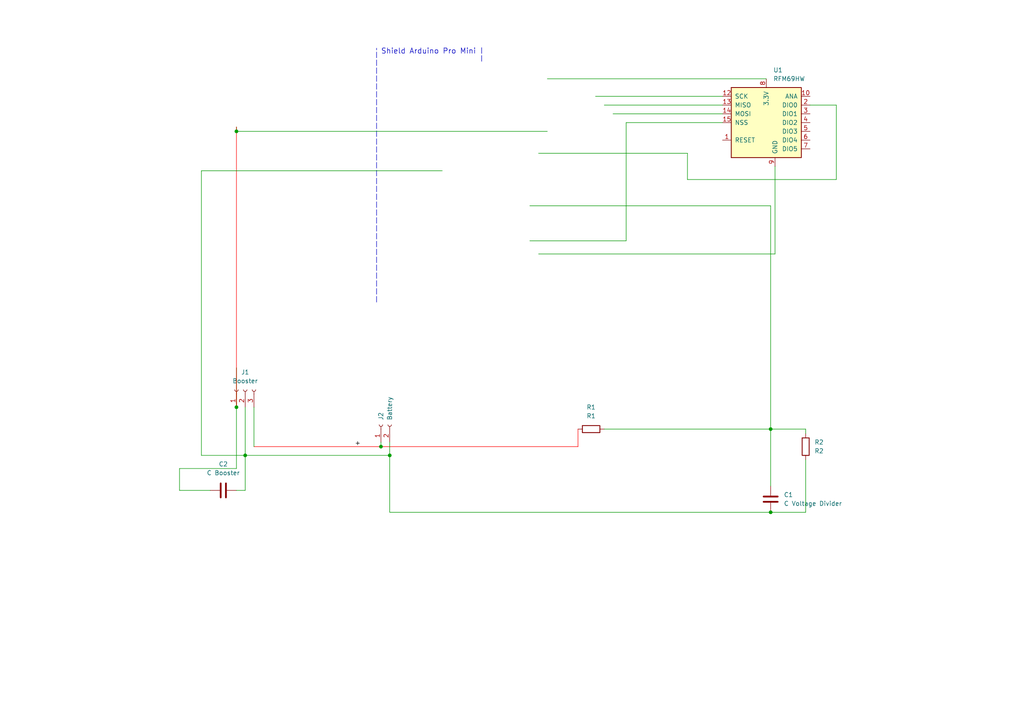
<source format=kicad_sch>
(kicad_sch (version 20211123) (generator eeschema)
  (paper "A4")
  (title_block (date "sam. 04 avril 2015"))
  (lib_symbols
    (symbol "Connector:Conn_01x02_Female" (pin_names (offset 1.016) hide)
      (property "Reference" "J" (at 0 2.54 0))
      (property "Value" "Conn_01x02_Female" (at 0 -5.08 0))
      (symbol "Conn_01x02_Female_1_1"
        (arc (start 0 -2.032) (mid -0.508 -2.54) (end 0 -3.048) (stroke (width 0.1524)))
        (polyline (pts (xy -1.27 -2.54) (xy -0.508 -2.54)) (stroke (width 0.1524)))
        (polyline (pts (xy -1.27 0) (xy -0.508 0)) (stroke (width 0.1524)))
        (arc (start 0 0.508) (mid -0.508 0) (end 0 -0.508) (stroke (width 0.1524)))
        (pin passive line (at -5.08 0 0) (length 3.81) (name "Pin_1") (number "1"))
        (pin passive line (at -5.08 -2.54 0) (length 3.81) (name "Pin_2") (number "2"))
      )
    )
    (symbol "Connector:Conn_01x03_Female" (pin_names (offset 1.016) hide)
      (property "Reference" "J" (at 0 5.08 0))
      (property "Value" "Conn_01x03_Female" (at 0 -5.08 0))
      (symbol "Conn_01x03_Female_1_1"
        (arc (start 0 -2.032) (mid -0.508 -2.54) (end 0 -3.048) (stroke (width 0.1524)))
        (polyline (pts (xy -1.27 -2.54) (xy -0.508 -2.54)) (stroke (width 0.1524)))
        (polyline (pts (xy -1.27 0) (xy -0.508 0)) (stroke (width 0.1524)))
        (polyline (pts (xy -1.27 2.54) (xy -0.508 2.54)) (stroke (width 0.1524)))
        (arc (start 0 0.508) (mid -0.508 0) (end 0 -0.508) (stroke (width 0.1524)))
        (arc (start 0 3.048) (mid -0.508 2.54) (end 0 2.032) (stroke (width 0.1524)))
        (pin passive line (at -5.08 2.54 0) (length 3.81) (name "Pin_1") (number "1"))
        (pin passive line (at -5.08 0 0) (length 3.81) (name "Pin_2") (number "2"))
        (pin passive line (at -5.08 -2.54 0) (length 3.81) (name "Pin_3") (number "3"))
      )
    )
    (symbol "Device:C" (pin_numbers hide) (pin_names (offset 0.254))
      (property "Reference" "C" (at 0.635 2.54 0))
      (property "Value" "C" (at 0.635 -2.54 0))
      (symbol "C_0_1"
        (polyline (pts (xy -2.032 -0.762) (xy 2.032 -0.762)) (stroke (width 0.508)))
        (polyline (pts (xy -2.032 0.762) (xy 2.032 0.762)) (stroke (width 0.508)))
      )
      (symbol "C_1_1"
        (pin passive line (at 0 3.81 270) (length 2.794) (name "~") (number "1"))
        (pin passive line (at 0 -3.81 90) (length 2.794) (name "~") (number "2"))
      )
    )
    (symbol "Device:R" (pin_numbers hide) (pin_names (offset 0))
      (property "Reference" "R" (at 2.032 0 90))
      (property "Value" "R" (at 0 0 90))
      (symbol "R_0_1"
        (rectangle (start -1.016 -2.54) (end 1.016 2.54) (stroke (width 0.254)))
      )
      (symbol "R_1_1"
        (pin passive line (at 0 3.81 270) (length 1.27) (name "~") (number "1"))
        (pin passive line (at 0 -3.81 90) (length 1.27) (name "~") (number "2"))
      )
    )
    (symbol "RF_Module:RFM69HW" (pin_names (offset 1.016))
      (property "Reference" "U" (at -3.81 11.43 0))
      (property "Value" "RFM69HW" (at -7.62 13.97 0))
      (symbol "RFM69HW_0_1"
        (rectangle (start -10.16 10.16) (end 10.16 -10.16) (stroke (width 0.254)) (fill (type background)))
      )
      (symbol "RFM69HW_1_1"
        (pin input line (at -12.7 -5.08 0) (length 2.54) (name "RESET") (number "1"))
        (pin output line (at 12.7 7.62 180) (length 2.54) (name "ANA") (number "10"))
        (pin passive line (at 2.54 -12.7 90) (length 2.54) hide (name "GND") (number "11"))
        (pin input line (at -12.7 7.62 0) (length 2.54) (name "SCK") (number "12"))
        (pin output line (at -12.7 5.08 0) (length 2.54) (name "MISO") (number "13"))
        (pin input line (at -12.7 2.54 0) (length 2.54) (name "MOSI") (number "14"))
        (pin input line (at -12.7 0 0) (length 2.54) (name "NSS") (number "15"))
        (pin no_connect line (at -2.54 -12.7 90) (length 2.54) hide (name "NC") (number "16"))
        (pin bidirectional line (at 12.7 5.08 180) (length 2.54) (name "DIO0") (number "2"))
        (pin bidirectional line (at 12.7 2.54 180) (length 2.54) (name "DIO1") (number "3"))
        (pin bidirectional line (at 12.7 0 180) (length 2.54) (name "DIO2") (number "4"))
        (pin bidirectional line (at 12.7 -2.54 180) (length 2.54) (name "DIO3") (number "5"))
        (pin bidirectional line (at 12.7 -5.08 180) (length 2.54) (name "DIO4") (number "6"))
        (pin bidirectional line (at 12.7 -7.62 180) (length 2.54) (name "DIO5") (number "7"))
        (pin power_in line (at 0 12.7 270) (length 2.54) (name "3.3V") (number "8"))
        (pin power_in line (at 2.54 -12.7 90) (length 2.54) (name "GND") (number "9"))
      )
    )
  )
  (junction (at 110.49 129.54))
  (junction (at 223.52 124.46))
  (junction (at 68.58 118.11))
  (junction (at 68.58 38.1))
  (junction (at 223.52 148.59))
  (junction (at 71.12 132.08))
  (junction (at 113.03 132.08))
  (wire (pts (xy 233.68 133.35) (xy 233.68 148.59)))
  (wire (pts (xy 199.39 52.07) (xy 199.39 44.45)))
  (wire (pts (xy 242.57 52.07) (xy 199.39 52.07)))
  (wire (pts (xy 68.58 106.68) (xy 68.58 118.11)))
  (wire (pts (xy 224.79 73.66) (xy 224.79 48.26)))
  (wire (pts (xy 68.58 38.1) (xy 68.58 118.11)) (stroke (width 0) (color 255 0 0 1)))
  (wire (pts (xy 153.67 59.69) (xy 223.52 59.69)))
  (wire (pts (xy 71.12 132.08) (xy 113.03 132.08)))
  (polyline (pts (xy 109.22 87.63) (xy 109.22 13.97)) (stroke (width 0) (type dash)))
  (wire (pts (xy 223.52 148.59) (xy 233.68 148.59)))
  (wire (pts (xy 68.58 36.83) (xy 68.58 38.1)) (stroke (width 0) (color 255 0 0 1)))
  (wire (pts (xy 209.55 35.56) (xy 181.61 35.56)))
  (wire (pts (xy 153.67 69.85) (xy 181.61 69.85)))
  (wire (pts (xy 68.58 142.24) (xy 71.12 142.24)))
  (wire (pts (xy 52.07 142.24) (xy 60.96 142.24)))
  (wire (pts (xy 242.57 30.48) (xy 242.57 52.07)))
  (wire (pts (xy 223.52 124.46) (xy 233.68 124.46)))
  (wire (pts (xy 199.39 44.45) (xy 156.21 44.45)))
  (wire (pts (xy 68.58 38.1) (xy 68.58 36.83)))
  (wire (pts (xy 58.42 49.53) (xy 128.27 49.53)))
  (wire (pts (xy 110.49 129.54) (xy 167.64 129.54)) (stroke (width 0) (color 255 0 0 1)))
  (wire (pts (xy 58.42 132.08) (xy 71.12 132.08)))
  (wire (pts (xy 52.07 135.89) (xy 52.07 142.24)))
  (wire (pts (xy 71.12 118.11) (xy 71.12 132.08)))
  (wire (pts (xy 110.49 129.54) (xy 110.49 128.27)))
  (wire (pts (xy 223.52 148.59) (xy 113.03 148.59)))
  (wire (pts (xy 181.61 35.56) (xy 181.61 69.85)))
  (wire (pts (xy 167.64 129.54) (xy 167.64 124.46)) (stroke (width 0) (color 255 0 0 1)))
  (wire (pts (xy 68.58 118.11) (xy 68.58 135.89)))
  (wire (pts (xy 209.55 33.02) (xy 177.8 33.02)))
  (wire (pts (xy 209.55 27.94) (xy 172.72 27.94)))
  (wire (pts (xy 234.95 30.48) (xy 242.57 30.48)))
  (polyline (pts (xy 139.7 17.78) (xy 139.7 13.335)) (stroke (width 0) (type dash)))
  (wire (pts (xy 68.58 135.89) (xy 52.07 135.89)))
  (wire (pts (xy 209.55 30.48) (xy 175.26 30.48)))
  (wire (pts (xy 233.68 124.46) (xy 233.68 125.73)))
  (wire (pts (xy 158.75 38.1) (xy 68.58 38.1)))
  (wire (pts (xy 156.21 73.66) (xy 224.79 73.66)))
  (wire (pts (xy 113.03 132.08) (xy 113.03 148.59)))
  (wire (pts (xy 223.52 59.69) (xy 223.52 124.46)))
  (wire (pts (xy 71.12 132.08) (xy 71.12 142.24)))
  (wire (pts (xy 222.25 22.86) (xy 158.75 22.86)))
  (wire (pts (xy 58.42 49.53) (xy 58.42 132.08)))
  (wire (pts (xy 73.66 129.54) (xy 73.66 118.11)))
  (wire (pts (xy 175.26 124.46) (xy 223.52 124.46)))
  (wire (pts (xy 223.52 140.97) (xy 223.52 124.46)))
  (wire (pts (xy 113.03 128.27) (xy 113.03 132.08)))
  (wire (pts (xy 73.66 129.54) (xy 110.49 129.54)) (stroke (width 0) (color 255 0 0 1)))
  (text "Shield Arduino Pro Mini \n" (at 110.49 15.875 0) (effects (font (size 1.524 1.524)) (justify left bottom)))
  (label "+" (at 102.87 129.54 0))
  (symbol (lib_id "Device:C") (at 223.52 144.78 0) (unit 1)
    (property "Reference" "C1" (at 227.33 143.5099 0) (effects (justify left)))
    (property "Value" "C Voltage Divider" (at 227.33 146.0499 0) (effects (justify left)))
    (property "Footprint" "Capacitor_THT:C_Rect_L7.0mm_W3.5mm_P2.50mm_P5.00mm" (effects hide))
  )
  (symbol (lib_id "Connector:Conn_01x02_Female") (at 110.49 123.19 90) (unit 1)
    (property "Reference" "J2" (at 110.49 121.92 0) (effects (justify left)))
    (property "Value" "Battery" (at 113.03 121.92 0) (effects (justify left)))
    (property "Footprint" "Connector_PinHeader_2.54mm:PinHeader_1x03_P2.54mm_Horizontal" (effects hide))
  )
  (symbol (lib_id "Device:C") (at 64.77 142.24 90) (unit 1)
    (property "Reference" "C2" (at 64.77 134.62 90))
    (property "Value" "C Booster" (at 64.77 137.16 90))
    (property "Footprint" "Capacitor_THT:C_Rect_L7.0mm_W3.5mm_P2.50mm_P5.00mm" (effects hide))
  )
  (symbol (lib_id "RF_Module:RFM69HW") (at 222.25 35.56 0) (unit 1)
    (property "Reference" "U1" (at 224.2694 20.32 0) (effects (justify left)))
    (property "Value" "RFM69HW" (at 224.2694 22.86 0) (effects (justify left)))
    (property "Footprint" "RF_Module:HOPERF_RFM69HW" (effects hide))
    (property "Datasheet" "https://www.hoperf.com/data/upload/portal/20181127/5bfcbb56f1fd7.pdf" (effects hide))
  )
  (symbol (lib_id "Device:R") (at 171.45 124.46 90) (unit 1)
    (property "Reference" "R1" (at 171.45 118.11 90))
    (property "Value" "R1" (at 171.45 120.65 90))
    (property "Footprint" "Resistor_THT:R_Axial_DIN0207_L6.3mm_D2.5mm_P10.16mm_Horizontal" (effects hide))
  )
  (symbol (lib_id "Device:R") (at 233.68 129.54 0) (unit 1)
    (property "Reference" "R2" (at 236.22 128.2699 0) (effects (justify left)))
    (property "Value" "R2" (at 236.22 130.8099 0) (effects (justify left)))
    (property "Footprint" "Resistor_THT:R_Axial_DIN0207_L6.3mm_D2.5mm_P10.16mm_Horizontal" (effects hide))
  )
  (symbol (lib_id "Connector:Conn_01x03_Female") (at 71.12 113.03 90) (unit 1)
    (property "Reference" "J1" (at 71.12 107.95 90))
    (property "Value" "Booster" (at 71.12 110.49 90))
    (property "Footprint" "Connector_PinHeader_2.54mm:PinHeader_1x02_P2.54mm_Horizontal" (effects hide))
  )
)
</source>
